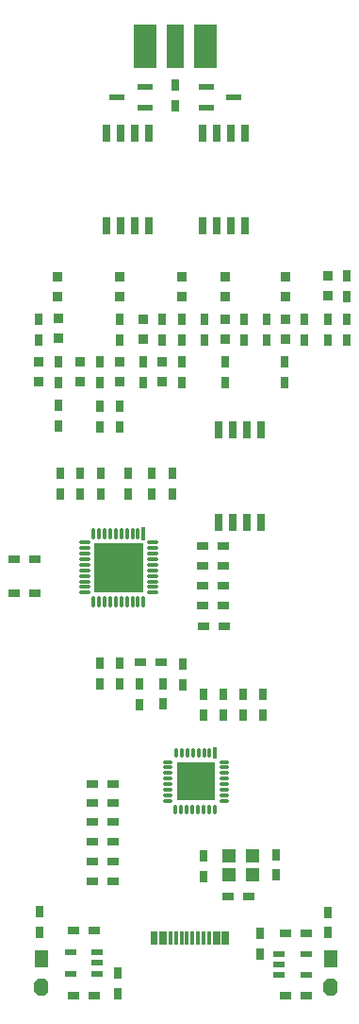
<source format=gtp>
G04*
G04 #@! TF.GenerationSoftware,Altium Limited,Altium Designer,18.1.9 (240)*
G04*
G04 Layer_Color=8421504*
%FSLAX25Y25*%
%MOIN*%
G70*
G01*
G75*
%ADD21R,0.03000X0.04000*%
%ADD22R,0.04000X0.03000*%
G04:AMPARAMS|DCode=23|XSize=60mil|YSize=50mil|CornerRadius=0mil|HoleSize=0mil|Usage=FLASHONLY|Rotation=270.000|XOffset=0mil|YOffset=0mil|HoleType=Round|Shape=Octagon|*
%AMOCTAGOND23*
4,1,8,-0.01250,-0.03000,0.01250,-0.03000,0.02500,-0.01750,0.02500,0.01750,0.01250,0.03000,-0.01250,0.03000,-0.02500,0.01750,-0.02500,-0.01750,-0.01250,-0.03000,0.0*
%
%ADD23OCTAGOND23*%

%ADD24R,0.05000X0.06000*%
%ADD25R,0.03500X0.03500*%
%ADD26R,0.02559X0.05906*%
%ADD27R,0.05906X0.15748*%
%ADD28R,0.07874X0.15748*%
%ADD29R,0.04000X0.03150*%
%ADD30R,0.03937X0.01968*%
%ADD31R,0.01181X0.05118*%
%ADD32R,0.13800X0.13800*%
%ADD33O,0.03937X0.01181*%
%ADD34O,0.01181X0.03937*%
%ADD35R,0.01181X0.03937*%
%ADD36R,0.05118X0.04724*%
%ADD37R,0.03150X0.04000*%
%ADD38R,0.17300X0.17300*%
%ADD39O,0.04528X0.01280*%
%ADD40O,0.01280X0.04528*%
%ADD41R,0.01280X0.04528*%
%ADD42R,0.05512X0.02362*%
D21*
X102670Y332150D02*
D03*
Y324850D02*
D03*
X105400Y120653D02*
D03*
Y127953D02*
D03*
X138092Y53347D02*
D03*
Y60647D02*
D03*
X98200Y120956D02*
D03*
Y113656D02*
D03*
X89900Y120853D02*
D03*
Y113553D02*
D03*
X75900Y120700D02*
D03*
Y128000D02*
D03*
X82884Y120700D02*
D03*
Y128000D02*
D03*
X112557Y117000D02*
D03*
Y109700D02*
D03*
X119600Y109800D02*
D03*
Y117100D02*
D03*
X126600Y117203D02*
D03*
Y109903D02*
D03*
X133600Y109800D02*
D03*
Y117100D02*
D03*
X61900Y187800D02*
D03*
Y195100D02*
D03*
X91150Y234400D02*
D03*
Y227100D02*
D03*
X104800D02*
D03*
Y234400D02*
D03*
X104750Y242200D02*
D03*
Y249500D02*
D03*
X82800Y211650D02*
D03*
Y218950D02*
D03*
X101600Y195100D02*
D03*
Y187800D02*
D03*
X94200D02*
D03*
Y195100D02*
D03*
X68900Y187800D02*
D03*
Y195100D02*
D03*
X75900Y218850D02*
D03*
Y211550D02*
D03*
X61100Y211700D02*
D03*
Y219000D02*
D03*
X75900Y234400D02*
D03*
Y227100D02*
D03*
X98000Y249450D02*
D03*
Y242150D02*
D03*
X112997Y242200D02*
D03*
Y249500D02*
D03*
X120100Y227150D02*
D03*
Y234450D02*
D03*
X141400Y227153D02*
D03*
Y234453D02*
D03*
X156500Y242200D02*
D03*
Y249500D02*
D03*
X163100D02*
D03*
Y242200D02*
D03*
X126997D02*
D03*
Y249500D02*
D03*
X134900Y242200D02*
D03*
Y249500D02*
D03*
X148400Y242200D02*
D03*
Y249500D02*
D03*
X82800D02*
D03*
Y242200D02*
D03*
X54300D02*
D03*
Y249500D02*
D03*
X61100Y234400D02*
D03*
Y227100D02*
D03*
X85800Y195100D02*
D03*
Y187800D02*
D03*
X76400D02*
D03*
Y195100D02*
D03*
X82400Y11430D02*
D03*
Y18730D02*
D03*
X132600Y32680D02*
D03*
Y25380D02*
D03*
X163100Y264800D02*
D03*
Y257500D02*
D03*
D22*
X128630Y45800D02*
D03*
X121330D02*
D03*
X73900Y33730D02*
D03*
X66600D02*
D03*
X141450Y32830D02*
D03*
X148750D02*
D03*
X73900Y10980D02*
D03*
X66600D02*
D03*
X80650Y51300D02*
D03*
X73350D02*
D03*
X80650Y58000D02*
D03*
X73350D02*
D03*
X80650Y65200D02*
D03*
X73350D02*
D03*
X80600Y85500D02*
D03*
X73300D02*
D03*
X141500Y10930D02*
D03*
X148800D02*
D03*
X80700Y72100D02*
D03*
X73400D02*
D03*
X80600Y78900D02*
D03*
X73300D02*
D03*
X119597Y155400D02*
D03*
X112297D02*
D03*
Y162400D02*
D03*
X119597D02*
D03*
X112297Y148400D02*
D03*
X119597D02*
D03*
X112297Y169400D02*
D03*
X119597D02*
D03*
X119750Y141200D02*
D03*
X112450D02*
D03*
X52900Y152900D02*
D03*
X45600D02*
D03*
X52900Y164800D02*
D03*
X45600D02*
D03*
D23*
X55400Y13880D02*
D03*
X157600D02*
D03*
D24*
X55400Y23880D02*
D03*
X157600D02*
D03*
D25*
X98000Y234475D02*
D03*
Y227475D02*
D03*
X69000Y234500D02*
D03*
Y227500D02*
D03*
X91300Y249600D02*
D03*
Y242600D02*
D03*
X141500D02*
D03*
Y249600D02*
D03*
X120097Y242600D02*
D03*
Y249600D02*
D03*
X83000Y227500D02*
D03*
Y234500D02*
D03*
X61100Y242700D02*
D03*
Y249700D02*
D03*
X54400Y234500D02*
D03*
Y227500D02*
D03*
X156500Y257900D02*
D03*
Y264900D02*
D03*
X60900Y257500D02*
D03*
Y264500D02*
D03*
X141500Y257400D02*
D03*
Y264400D02*
D03*
X120097Y257400D02*
D03*
Y264400D02*
D03*
X82900Y257500D02*
D03*
Y264500D02*
D03*
X104850Y257400D02*
D03*
Y264400D02*
D03*
D26*
X78100Y315100D02*
D03*
X83100D02*
D03*
X93100Y282423D02*
D03*
X88100D02*
D03*
X83100D02*
D03*
X78100D02*
D03*
X93100Y315100D02*
D03*
X88100D02*
D03*
X128000Y210539D02*
D03*
X133000D02*
D03*
X118000Y177861D02*
D03*
X123000D02*
D03*
X128000D02*
D03*
X133000D02*
D03*
X123000Y210539D02*
D03*
X118000D02*
D03*
X122300Y315100D02*
D03*
X127300D02*
D03*
X112300Y282423D02*
D03*
X117300D02*
D03*
X122300D02*
D03*
X127300D02*
D03*
X117300Y315100D02*
D03*
X112300D02*
D03*
D27*
X102670Y345800D02*
D03*
D28*
X92040D02*
D03*
X113300D02*
D03*
D29*
X97700Y128453D02*
D03*
X90400D02*
D03*
D30*
X65551Y26130D02*
D03*
Y18650D02*
D03*
X75000Y22390D02*
D03*
Y18650D02*
D03*
Y26130D02*
D03*
X148800Y18030D02*
D03*
Y25511D02*
D03*
X139351Y21770D02*
D03*
Y25511D02*
D03*
Y18030D02*
D03*
D31*
X120889Y31128D02*
D03*
X119708Y31128D02*
D03*
X117740Y31128D02*
D03*
X116558D02*
D03*
X114590Y31128D02*
D03*
X112620Y31132D02*
D03*
X110653Y31128D02*
D03*
X108684Y31128D02*
D03*
X106716Y31128D02*
D03*
X104747Y31128D02*
D03*
X102779Y31128D02*
D03*
X100810Y31132D02*
D03*
X98842Y31128D02*
D03*
X97661D02*
D03*
X95692Y31128D02*
D03*
X94511D02*
D03*
D32*
X109800Y86400D02*
D03*
D33*
X119753Y93291D02*
D03*
Y91322D02*
D03*
Y89354D02*
D03*
Y87384D02*
D03*
Y85416D02*
D03*
Y83447D02*
D03*
Y81477D02*
D03*
Y79509D02*
D03*
X99847D02*
D03*
Y81477D02*
D03*
Y83447D02*
D03*
Y85416D02*
D03*
Y87384D02*
D03*
Y89354D02*
D03*
Y91322D02*
D03*
Y93291D02*
D03*
D34*
X116495Y76447D02*
D03*
X114526D02*
D03*
X112557D02*
D03*
X110588D02*
D03*
X108619D02*
D03*
X106650D02*
D03*
X104681D02*
D03*
X102712D02*
D03*
X102909Y96353D02*
D03*
X104877D02*
D03*
X106846D02*
D03*
X108816D02*
D03*
X110784D02*
D03*
X112753D02*
D03*
X114723D02*
D03*
D35*
X116692D02*
D03*
D36*
X129759Y60200D02*
D03*
X121492D02*
D03*
Y53507D02*
D03*
X129759D02*
D03*
D37*
X112700Y52800D02*
D03*
Y60100D02*
D03*
X54500Y40400D02*
D03*
Y33100D02*
D03*
X156700Y40300D02*
D03*
Y33000D02*
D03*
D38*
X82500Y161900D02*
D03*
D39*
X94511Y170758D02*
D03*
Y168790D02*
D03*
Y166821D02*
D03*
Y164853D02*
D03*
Y162884D02*
D03*
Y160916D02*
D03*
Y158947D02*
D03*
Y156979D02*
D03*
Y155010D02*
D03*
Y153042D02*
D03*
X70489D02*
D03*
Y155010D02*
D03*
Y156979D02*
D03*
Y158947D02*
D03*
Y160916D02*
D03*
Y162884D02*
D03*
Y164853D02*
D03*
Y166821D02*
D03*
Y168790D02*
D03*
Y170758D02*
D03*
D40*
X91358Y149789D02*
D03*
X89390D02*
D03*
X87421D02*
D03*
X85453D02*
D03*
X83484D02*
D03*
X81516D02*
D03*
X79547D02*
D03*
X77579D02*
D03*
X75610D02*
D03*
X73642D02*
D03*
Y173911D02*
D03*
X75610D02*
D03*
X77579D02*
D03*
X79547D02*
D03*
X81516D02*
D03*
X83484D02*
D03*
X85453D02*
D03*
X87421D02*
D03*
X89390D02*
D03*
D41*
X91358D02*
D03*
D42*
X113500Y331536D02*
D03*
Y324056D02*
D03*
X123397Y327796D02*
D03*
X91900Y324056D02*
D03*
Y331536D02*
D03*
X82003Y327797D02*
D03*
M02*

</source>
